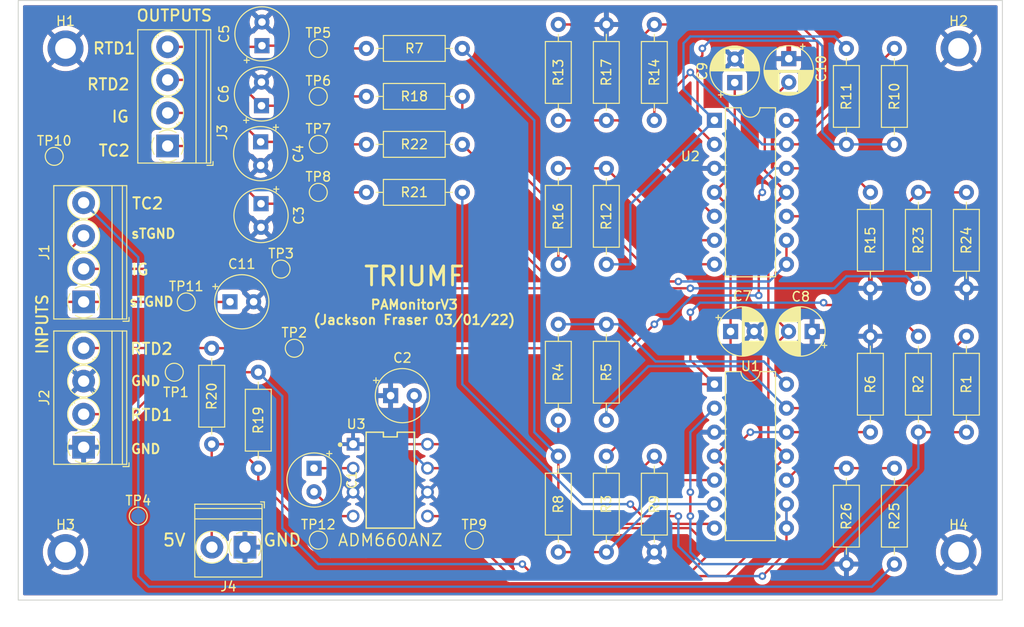
<source format=kicad_pcb>
(kicad_pcb (version 20211014) (generator pcbnew)
  (layers (0 "F.Cu" signal) (31 "B.Cu" signal) (34 "B.Paste" user) (35 "F.Paste" user) (36 "B.SilkS" user "B.Silkscreen") (37 "F.SilkS" user "F.Silkscreen") (38 "B.Mask" user) (39 "F.Mask" user) (44 "Edge.Cuts" user))
  (net 0 "")
  (net 1 "Net-(C1-Pad1)")
  (net 2 "Net-(C1-Pad2)")
  (net 3 "GND")
  (net 4 "-5V")
  (net 5 "/TC2_OUT")
  (net 6 "/IG_OUT")
  (net 7 "/PT100_OUT1")
  (net 8 "/PT100_OUT2")
  (net 9 "+5V")
  (net 10 "/ST_GND")
  (net 11 "/TC2_IN")
  (net 12 "/IG_IN")
  (net 13 "/PT100_IN2")
  (net 14 "/PT100_IN1")
  (net 15 "Net-(R1-Pad1)")
  (net 16 "Net-(R1-Pad2)")
  (net 17 "Net-(R2-Pad2)")
  (net 18 "Net-(R3-Pad2)")
  (net 19 "Net-(R4-Pad1)")
  (net 20 "Net-(R4-Pad2)")
  (net 21 "Net-(R7-Pad1)")
  (net 22 "Net-(R10-Pad1)")
  (net 23 "Net-(R10-Pad2)")
  (net 24 "Net-(R11-Pad2)")
  (net 25 "Net-(R12-Pad2)")
  (net 26 "Net-(R13-Pad1)")
  (net 27 "Net-(R13-Pad2)")
  (net 28 "Net-(R16-Pad2)")
  (net 29 "Net-(R21-Pad2)")
  (net 30 "Net-(R22-Pad2)")
  (net 31 "Net-(R23-Pad2)")
  (net 32 "Net-(R25-Pad2)")
  (footprint "Resistor_THT:R_Axial_DIN0207_L6.3mm_D2.5mm_P10.16mm_Horizontal" (layer "F.Cu") (at 124.46 147.32 90)
    (fp_text reference "R8")
    (fp_text value "200k")
  )
  (footprint "Capacitor_THT:CP_Radial_D5.0mm_P2.50mm" (layer "F.Cu") (at 151.319113 123.952 180)
    (fp_text reference "C8")
    (fp_text value "27nF")
  )
  (footprint "Resistor_THT:R_Axial_DIN0207_L6.3mm_D2.5mm_P10.16mm_Horizontal" (layer "F.Cu") (at 167.64 109.22 -90)
    (fp_text reference "R24")
    (fp_text value "1M")
  )
  (footprint "Capacitor_THT:CP_Radial_Tantal_D5.5mm_P2.50mm" (layer "F.Cu") (at 98.61 138.433631 -90)
    (fp_text reference "C1")
    (fp_text value "10uF")
  )
  (footprint "Resistor_THT:R_Axial_DIN0207_L6.3mm_D2.5mm_P10.16mm_Horizontal" (layer "F.Cu") (at 124.46 123.19 -90)
    (fp_text reference "R4")
    (fp_text value "200k")
  )
  (footprint "Resistor_THT:R_Axial_DIN0207_L6.3mm_D2.5mm_P10.16mm_Horizontal" (layer "F.Cu") (at 134.62 101.6 90)
    (fp_text reference "R14")
    (fp_text value "200k")
  )
  (footprint "Resistor_THT:R_Axial_DIN0207_L6.3mm_D2.5mm_P10.16mm_Horizontal" (layer "F.Cu") (at 157.48 134.62 90)
    (fp_text reference "R6")
    (fp_text value "1M")
  )
  (footprint "MountingHole:MountingHole_2.2mm_M2_DIN965_Pad" (layer "F.Cu") (at 166.814 93.98)
    (fp_text reference "H2")
    (fp_text value "MountingHole_Pad")
  )
  (footprint "Capacitor_THT:CP_Radial_Tantal_D5.5mm_P2.50mm" (layer "F.Cu") (at 93.05 100.046369 90)
    (fp_text reference "C6")
    (fp_text value "10uF")
  )
  (footprint "Resistor_THT:R_Axial_DIN0207_L6.3mm_D2.5mm_P10.16mm_Horizontal" (layer "F.Cu") (at 154.94 104.14 90)
    (fp_text reference "R11")
    (fp_text value "200k")
  )
  (footprint "Package_DIP:DIP-14_W7.62mm" (layer "F.Cu") (at 140.98 129.535)
    (fp_text reference "U1")
    (fp_text value "LM324")
  )
  (footprint "MountingHole:MountingHole_2.2mm_M2_DIN965_Pad" (layer "F.Cu") (at 72.3138 147.32)
    (fp_text reference "H3")
    (fp_text value "MountingHole_Pad")
  )
  (footprint "TestPoint:TestPoint_Pad_D1.5mm" (layer "F.Cu") (at 80.01 143.51)
    (fp_text reference "TP4")
    (fp_text value "TestPoint")
  )
  (footprint "TerminalBlock_Phoenix:TerminalBlock_Phoenix_PT-1,5-4-3.5-H_1x04_P3.50mm_Horizontal" (layer "F.Cu") (at 74.23 120.82 90)
    (fp_text reference "J1")
    (fp_text value "Screw_Terminal_01x04")
  )
  (footprint "Resistor_THT:R_Axial_DIN0207_L6.3mm_D2.5mm_P10.16mm_Horizontal" (layer "F.Cu") (at 124.46 106.68 -90)
    (fp_text reference "R16")
    (fp_text value "200k")
  )
  (footprint "Resistor_THT:R_Axial_DIN0207_L6.3mm_D2.5mm_P10.16mm_Horizontal" (layer "F.Cu") (at 162.56 119.38 90)
    (fp_text reference "R23")
    (fp_text value "2M")
  )
  (footprint "Resistor_THT:R_Axial_DIN0207_L6.3mm_D2.5mm_P10.16mm_Horizontal" (layer "F.Cu") (at 157.48 109.22 -90)
    (fp_text reference "R15")
    (fp_text value "1M")
  )
  (footprint "Resistor_THT:R_Axial_DIN0207_L6.3mm_D2.5mm_P10.16mm_Horizontal" (layer "F.Cu") (at 160.02 104.14 90)
    (fp_text reference "R10")
    (fp_text value "2.7k")
  )
  (footprint "Resistor_THT:R_Axial_DIN0207_L6.3mm_D2.5mm_P10.16mm_Horizontal" (layer "F.Cu") (at 129.54 101.6 90)
    (fp_text reference "R17")
    (fp_text value "200k")
  )
  (footprint "Capacitor_THT:CP_Radial_Tantal_D5.5mm_P2.50mm" (layer "F.Cu") (at 89.713631 120.81)
    (fp_text reference "C11")
    (fp_text value "10uF")
  )
  (footprint "Resistor_THT:R_Axial_DIN0207_L6.3mm_D2.5mm_P10.16mm_Horizontal" (layer "F.Cu") (at 167.64 134.62 90)
    (fp_text reference "R1")
    (fp_text value "2.7k")
  )
  (footprint "TerminalBlock_Phoenix:TerminalBlock_Phoenix_PT-1,5-4-3.5-H_1x04_P3.50mm_Horizontal" (layer "F.Cu") (at 83.12 104.31 90)
    (fp_text reference "J3")
    (fp_text value "Screw_Terminal_01x04")
  )
  (footprint "ADM8660:Analog_Devices_Inc-N-8-0-0-0" (layer "F.Cu") (at 106.68 139.7)
    (fp_text reference "U3")
    (fp_text value "ADM660ANZ")
  )
  (footprint "Resistor_THT:R_Axial_DIN0207_L6.3mm_D2.5mm_P10.16mm_Horizontal" (layer "F.Cu") (at 129.54 116.84 90)
    (fp_text reference "R12")
    (fp_text value "200k")
  )
  (footprint "Resistor_THT:R_Axial_DIN0207_L6.3mm_D2.5mm_P10.16mm_Horizontal" (layer "F.Cu") (at 104.14 104.14)
    (fp_text reference "R22")
    (fp_text value "2.7k")
  )
  (footprint "Capacitor_THT:CP_Radial_D5.0mm_P2.50mm" (layer "F.Cu") (at 148.844 95.060888 -90)
    (fp_text reference "C10")
    (fp_text value "27nF")
  )
  (footprint "Capacitor_THT:CP_Radial_D5.0mm_P2.50mm" (layer "F.Cu") (at 143.129 97.598113 90)
    (fp_text reference "C9")
    (fp_text value "27nF")
  )
  (footprint "Resistor_THT:R_Axial_DIN0207_L6.3mm_D2.5mm_P10.16mm_Horizontal" (layer "F.Cu") (at 129.54 133.35 90)
    (fp_text reference "R5")
    (fp_text value "200k")
  )
  (footprint "TestPoint:TestPoint_Pad_D1.5mm" (layer "F.Cu") (at 99.06 109.22)
    (fp_text reference "TP8")
    (fp_text value "TestPoint")
  )
  (footprint "Resistor_THT:R_Axial_DIN0207_L6.3mm_D2.5mm_P10.16mm_Horizontal" (layer "F.Cu") (at 154.94 138.43 -90)
    (fp_text reference "R26")
    (fp_text value "1M")
  )
  (footprint "Capacitor_THT:CP_Radial_Tantal_D5.5mm_P2.50mm" (layer "F.Cu") (at 93.1 93.686369 90)
    (fp_text reference "C5")
    (fp_text value "10uF")
  )
  (footprint "TestPoint:TestPoint_Pad_D1.5mm" (layer "F.Cu") (at 99.06 93.98)
    (fp_text reference "TP5")
    (fp_text value "TestPoint")
  )
  (footprint "TestPoint:TestPoint_Pad_D1.5mm" (layer "F.Cu") (at 95.123 117.348)
    (fp_text reference "TP3")
    (fp_text value "TestPoint")
  )
  (footprint "TestPoint:TestPoint_Pad_D1.5mm" (layer "F.Cu") (at 83.82 128.27)
    (fp_text reference "TP1")
    (fp_text value "TestPoint")
  )
  (footprint "TestPoint:TestPoint_Pad_D1.5mm" (layer "F.Cu") (at 115.57 146.05)
    (fp_text reference "TP9")
    (fp_text value "TestPoint")
  )
  (footprint "Package_DIP:DIP-14_W7.62mm" (layer "F.Cu") (at 140.98 101.595)
    (fp_text reference "U2")
    (fp_text value "LM324")
  )
  (footprint "TestPoint:TestPoint_Pad_D1.5mm" (layer "F.Cu") (at 96.52 125.73)
    (fp_text reference "TP2")
    (fp_text value "TestPoint")
  )
  (footprint "TestPoint:TestPoint_Pad_D1.5mm" (layer "F.Cu") (at 99.06 104.14)
    (fp_text reference "TP7")
    (fp_text value "TestPoint")
  )
  (footprint "MountingHole:MountingHole_2.2mm_M2_DIN965_Pad" (layer "F.Cu") (at 166.814 147.32)
    (fp_text reference "H4")
    (fp_text value "MountingHole_Pad")
  )
  (footprint "Capacitor_THT:CP_Radial_D5.0mm_P2.50mm" (layer "F.Cu") (at 142.685888 123.952)
    (fp_text reference "C7")
    (fp_text value "27nF")
  )
  (footprint "Resistor_THT:R_Axial_DIN0207_L6.3mm_D2.5mm_P10.16mm_Horizontal" (layer "F.Cu") (at 129.54 137.16 -90)
    (fp_text reference "R3")
    (fp_text value "200k")
  )
  (footprint "TerminalBlock_Phoenix:TerminalBlock_Phoenix_PT-1,5-4-3.5-H_1x04_P3.50mm_Horizontal" (layer "F.Cu") (at 74.23 136.2124 90)
    (fp_text reference "J2")
    (fp_text value "Screw_Terminal_01x04")
  )
  (footprint "TestPoint:TestPoint_Pad_D1.5mm" (layer "F.Cu") (at 99.06 146.05)
    (fp_text reference "TP12")
    (fp_text value "TestPoint")
  )
  (footprint "TerminalBlock_Phoenix:TerminalBlock_Phoenix_PT-1,5-2-3.5-H_1x02_P3.50mm_Horizontal" (layer "F.Cu") (at 91.3 146.8 180)
    (fp_text reference "J4")
    (fp_text value "Screw_Terminal_01x02")
  )
  (footprint "Resistor_THT:R_Axial_DIN0207_L6.3mm_D2.5mm_P10.16mm_Horizontal" (layer "F.Cu") (at 87.7824 135.89 90)
    (fp_text reference "R20")
    (fp_text value "37k")
  )
  (footprint "Resistor_THT:R_Axial_DIN0207_L6.3mm_D2.5mm_P10.16mm_Horizontal" (layer "F.Cu") (at 114.3 93.98 180)
    (fp_text reference "R7")
    (fp_text value "2.7k")
  )
  (footprint "MountingHole:MountingHole_2.2mm_M2_DIN965_Pad" (layer "F.Cu") (at 72.3138 93.98)
    (fp_text reference "H1")
    (fp_text value "MountingHole_Pad")
  )
  (footprint "Resistor_THT:R_Axial_DIN0207_L6.3mm_D2.5mm_P10.16mm_Horizontal" (layer "F.Cu") (at 160.02 148.59 90)
    (fp_text reference "R25")
    (fp_text value "2M")
  )
  (footprint "Capacitor_THT:CP_Radial_Tantal_D5.5mm_P2.50mm" (layer "F.Cu") (at 106.713631 130.75)
    (fp_text reference "C2")
    (fp_text value "10uF")
  )
  (footprint "Resistor_THT:R_Axial_DIN0207_L6.3mm_D2.5mm_P10.16mm_Horizontal" (layer "F.Cu") (at 162.56 134.62 90)
    (fp_text reference "R2")
    (fp_text value "200k")
  )
  (footprint "Resistor_THT:R_Axial_DIN0207_L6.3mm_D2.5mm_P10.16mm_Horizontal" (layer "F.Cu") (at 104.14 109.22)
    (fp_text reference "R21")
    (fp_text value "2.7k")
  )
  (footprint "TestPoint:TestPoint_Pad_D1.5mm" (layer "F.Cu") (at 85.09 120.825)
    (fp_text reference "TP11")
    (fp_text value "TestPoint")
  )
  (footprint "Resistor_THT:R_Axial_DIN0207_L6.3mm_D2.5mm_P10.16mm_Horizontal" (layer "F.Cu") (at 134.62 147.32 90)
    (fp_text reference "R9")
    (fp_text value "200k")
  )
  (footprint "TestPoint:TestPoint_Pad_D1.5mm" (layer "F.Cu") (at 71.12 105.41)
    (fp_text reference "TP10")
    (fp_text value "TestPoint")
  )
  (footprint "Capacitor_THT:CP_Radial_Tantal_D5.5mm_P2.50mm" (layer "F.Cu") (at 93 110.423631 -90)
    (fp_text reference "C3")
    (fp_text value "10uF")
  )
  (footprint "Resistor_THT:R_Axial_DIN0207_L6.3mm_D2.5mm_P10.16mm_Horizontal" (layer "F.Cu") (at 124.46 91.44 -90)
    (fp_text reference "R13")
    (fp_text value "200k")
  )
  (footprint "Resistor_THT:R_Axial_DIN0207_L6.3mm_D2.5mm_P10.16mm_Horizontal" (layer "F.Cu") (at 92.71 138.43 90)
    (fp_text reference "R19")
    (fp_text value "37k")
  )
  (footprint "Capacitor_THT:CP_Radial_Tantal_D5.5mm_P2.50mm" (layer "F.Cu") (at 92.96 103.873631 -90)
    (fp_text reference "C4")
    (fp_text value "10uF")
  )
  (footprint "TestPoint:TestPoint_Pad_D1.5mm" (layer "F.Cu") (at 99.06 99.06)
    (fp_text reference "TP6")
    (fp_text value "TestPoint")
  )
  (footprint "Resistor_THT:R_Axial_DIN0207_L6.3mm_D2.5mm_P10.16mm_Horizontal" (layer "F.Cu") (at 114.3 99.06 180)
    (fp_text reference "R18")
    (fp_text value "2.7k")
  )
  (gr_rect (start 67.31 88.9) (end 171.45 152.4) (layer "Edge.Cuts") (width 0.1) (fill none))
  (gr_text "IG" (at 80.2 117.4) (layer "F.SilkS") (effects (font (size 1.2 1.2) (thickness 0.2))))
  (gr_text "sTGND" (at 81.6 113.6) (layer "F.SilkS") (effects (font (size 1 1) (thickness 0.2))))
  (gr_text "TC2" (at 77.47 104.8) (layer "F.SilkS") (effects (font (size 1.2 1.2) (thickness 0.2))))
  (gr_text "TC2" (at 81 110.4) (layer "F.SilkS") (effects (font (size 1.2 1.2) (thickness 0.2))))
  (gr_text "IG" (at 78.105 101.2) (layer "F.SilkS") (effects (font (size 1.2 1.2) (thickness 0.2))))
  (gr_text "OUTPUTS" (at 83.82 90.5) (layer "F.SilkS") (effects (font (size 1.2 1.2) (thickness 0.2))))
  (gr_text "GND" (at 95.25 146.05) (layer "F.SilkS") (effects (font (size 1.3 1.3) (thickness 0.2))))
  (gr_text "PAMonitorV3\n(Jackson Fraser 03/01/22)" (at 109.22 121.92) (layer "F.SilkS") (effects (font (size 1 1) (thickness 0.2))))
  (gr_text "RTD1" (at 77.47 93.98) (layer "F.SilkS") (effects (font (size 1.2 1.2) (thickness 0.2))))
  (gr_text "5V" (at 83.82 146.05) (layer "F.SilkS") (effects (font (size 1.3 1.3) (thickness 0.2))))
  (gr_text "GND" (at 80.8 129.2) (layer "F.SilkS") (effects (font (size 1 1) (thickness 0.2))))
  (gr_text "INPUTS" (at 69.85 123.19 90) (layer "F.SilkS") (effects (font (size 1.2 1.2) (thickness 0.2))))
  (gr_text "RTD2" (at 81.4 125.8) (layer "F.SilkS") (effects (font (size 1.2 1.2) (thickness 0.2))))
  (gr_text "sTGND" (at 81.4 120.8) (layer "F.SilkS") (effects (font (size 1 1) (thickness 0.2))))
  (gr_text "TRIUMF" (at 109.22 118.11) (layer "F.SilkS") (effects (font (size 2 2) (thickness 0.3))))
  (gr_text "RTD2" (at 76.835 97.79) (layer "F.SilkS") (effects (font (size 1.2 1.2) (thickness 0.2))))
  (gr_text "RTD1" (at 81.4 132.8) (layer "F.SilkS") (effects (font (size 1.2 1.2) (thickness 0.2))))
  (gr_text "GND" (at 80.8 136.4) (layer "F.SilkS") (effects (font (size 1 1) (thickness 0.2))))
  (segment (start 102.745 138.43) (end 98.613631 138.43) (width 0.25) (layer "F.Cu") (net 1))
  (segment (start 98.613631 138.43) (end 98.61 138.433631) (width 0.25) (layer "F.Cu") (net 1))
  (segment (start 101.186369 143.51) (end 98.61 140.933631) (width 0.25) (layer "F.Cu") (net 2))
  (segment (start 102.745 143.51) (end 101.186369 143.51) (width 0.25) (layer "F.Cu") (net 2))
  (segment (start 113.03 143.51) (end 115.57 146.05) (width 0.25) (layer "F.Cu") (net 4))
  (segment (start 146.685 135.24) (end 146.685 126.048888) (width 0.25) (layer "F.Cu") (net 4))
  (segment (start 115.57 146.05) (end 119.38 149.86) (width 0.25) (layer "F.Cu") (net 4))
  (segment (start 146.722225 126.048888) (end 148.819113 123.952) (width 0.25) (layer "F.Cu") (net 4))
  (segment (start 146.685 121.855112) (end 146.685 110.49) (width 0.25) (layer "F.Cu") (net 4))
  (segment (start 146.685 110.49) (end 147.325 110.49) (width 0.25) (layer "F.Cu") (net 4))
  (segment (start 148.6 109.215) (end 146.304 106.919) (width 0.25) (layer "F.Cu") (net 4))
  (segment (start 114.3 139.7) (end 114.3 142.24) (width 0.25) (layer "F.Cu") (net 4))
  (segment (start 146.836888 99.568) (end 148.844 97.560888) (width 0.25) (layer "F.Cu") (net 4))
  (segment (start 146.685 126.048888) (end 146.722225 126.048888) (width 0.25) (layer "F.Cu") (net 4))
  (segment (start 148.6 137.155) (end 146.685 135.24) (width 0.25) (layer "F.Cu") (net 4))
  (segment (start 147.325 110.49) (end 148.6 109.215) (width 0.25) (layer "F.Cu") (net 4))
  (segment (start 146.05 139.705) (end 148.6 137.155) (width 0.25) (layer "F.Cu") (net 4))
  (segment (start 119.38 149.86) (end 142.24 149.86) (width 0.25) (layer "F.Cu") (net 4))
  (segment (start 142.24 149.86) (end 146.05 146.05) (width 0.25) (layer "F.Cu") (net 4))
  (segment (start 146.304 99.568) (end 146.836888 99.568) (width 0.25) (layer "F.Cu") (net 4))
  (segment (start 113.03 138.43) (end 114.3 139.7) (width 0.25) (layer "F.Cu") (net 4))
  (segment (start 113.03 143.51) (end 110.615 143.51) (width 0.25) (layer "F.Cu") (net 4))
  (segment (start 146.685 121.855112) (end 146.722225 121.855112) (width 0.25) (layer "F.Cu") (net 4))
  (segment (start 113.03 138.43) (end 110.615 138.43) (width 0.25) (layer "F.Cu") (net 4))
  (segment (start 146.304 106.919) (end 146.304 99.568) (width 0.25) (layer "F.Cu") (net 4))
  (segment (start 146.722225 121.855112) (end 148.819113 123.952) (width 0.25) (layer "F.Cu") (net 4))
  (segment (start 114.3 142.24) (end 113.03 143.51) (width 0.25) (layer "F.Cu") (net 4))
  (segment (start 146.05 146.05) (end 146.05 139.705) (width 0.25) (layer "F.Cu") (net 4))
  (segment (start 109.345 137.16) (end 110.615 138.43) (width 0.25) (layer "B.Cu") (net 4))
  (segment (start 109.213631 132.073631) (end 109.213631 130.75) (width 0.25) (layer "B.Cu") (net 4))
  (segment (start 109.22 137.16) (end 109.345 137.16) (width 0.25) (layer "B.Cu") (net 4))
  (segment (start 109.22 137.16) (end 109.22 132.08) (width 0.25) (layer "B.Cu") (net 4))
  (segment (start 109.22 132.08) (end 109.213631 132.073631) (width 0.25) (layer "B.Cu") (net 4))
  (segment (start 93 110.423631) (end 97.856369 110.423631) (width 0.25) (layer "F.Cu") (net 5))
  (segment (start 99.06 109.22) (end 104.14 109.22) (width 0.25) (layer "F.Cu") (net 5))
  (segment (start 83.12 104.31) (end 86.886369 104.31) (width 0.25) (layer "F.Cu") (net 5))
  (segment (start 97.856369 110.423631) (end 99.06 109.22) (width 0.25) (layer "F.Cu") (net 5))
  (segment (start 86.886369 104.31) (end 93 110.423631) (width 0.25) (layer "F.Cu") (net 5))
  (segment (start 98.793631 103.873631) (end 99.06 104.14) (width 0.25) (layer "F.Cu") (net 6))
  (segment (start 92.96 103.873631) (end 98.793631 103.873631) (width 0.25) (layer "F.Cu") (net 6))
  (segment (start 83.12 100.81) (end 89.896369 100.81) (width 0.25) (layer "F.Cu") (net 6))
  (segment (start 89.896369 100.81) (end 92.96 103.873631) (width 0.25) (layer "F.Cu") (net 6))
  (segment (start 104.14 104.14) (end 99.06 104.14) (width 0.25) (layer "F.Cu") (net 6))
  (segment (start 104.14 93.98) (end 99.06 93.98) (width 0.25) (layer "F.Cu") (net 7))
  (segment (start 83.12 93.81) (end 92.976369 93.81) (width 0.25) (layer "F.Cu") (net 7))
  (segment (start 93.1 93.686369) (end 98.766369 93.686369) (width 0.25) (layer "F.Cu") (net 7))
  (segment (start 98.766369 93.686369) (end 99.06 93.98) (width 0.25) (layer "F.Cu") (net 7))
  (segment (start 92.976369 93.81) (end 93.1 93.686369) (width 0.25) (layer "F.Cu") (net 7))
  (segment (start 83.12 97.31) (end 90.313631 97.31) (width 0.25) (layer "F.Cu") (net 8))
  (segment (start 93.05 100.046369) (end 98.073631 100.046369) (width 0.25) (layer "F.Cu") (net 8))
  (segment (start 99.06 99.06) (end 104.14 99.06) (width 0.25) (layer "F.Cu") (net 8))
  (segment (start 98.073631 100.046369) (end 99.06 99.06) (width 0.25) (layer "F.Cu") (net 8))
  (segment (start 90.313631 97.31) (end 93.05 100.046369) (width 0.25) (layer "F.Cu") (net 8))
  (segment (start 107.95 135.89) (end 110.615 135.89) (width 0.25) (layer "F.Cu") (net 9))
  (segment (start 140.97 147.32) (end 142.24 147.32) (width 0.25) (layer "F.Cu") (net 9))
  (segment (start 92.71 139.7) (end 99.06 146.05) (width 0.25) (layer "F.Cu") (net 9))
  (segment (start 100.33 147.32) (end 104.14 147.32) (width 0.25) (layer "F.Cu") (net 9))
  (segment (start 106.68 144.78) (end 106.68 137.16) (width 0.25) (layer "F.Cu") (net 9))
  (segment (start 140.98 109.215) (end 143.129 107.066) (width 0.25) (layer "F.Cu") (net 9))
  (segment (start 142.685888 110.920888) (end 140.98 109.215) (width 0.25) (layer "F.Cu") (net 9))
  (segment (start 142.24 147.32) (end 143.51 146.05) (width 0.25) (layer "F.Cu") (net 9))
  (segment (start 106.68 137.16) (end 107.95 135.89) (width 0.25) (layer "F.Cu") (net 9))
  (segment (start 125.73 144.78) (end 138.43 144.78) (width 0.25) (layer "F.Cu") (net 9))
  (segment (start 116.84 135.89) (end 110.615 135.89) (width 0.25) (layer "F.Cu") (net 9))
  (segment (start 143.51 139.685) (end 140.98 137.155) (width 0.25) (layer "F.Cu") (net 9))
  (segment (start 104.14 147.32) (end 106.68 144.78) (width 0.25) (layer "F.Cu") (net 9))
  (segment (start 143.129 107.066) (end 143.129 97.598113) (width 0.25) (layer "F.Cu") (net 9))
  (segment (start 142.685888 135.449112) (end 142.685888 123.952) (width 0.25) (layer "F.Cu") (net 9))
  (segment (start 87.7824 146.7824) (end 87.8 146.8) (width 0.25) (layer "F.Cu") (net 9))
  (segment (start 92.71 138.43) (end 92.71 139.7) (width 0.25) (layer "F.Cu") (net 9))
  (segment (start 90.17 135.89) (end 92.71 138.43) (width 0.25) (layer "F.Cu") (net 9))
  (segment (start 142.685888 123.952) (end 142.685888 110.920888) (width 0.25) (layer "F.Cu") (net 9))
  (segment (start 140.98 137.155) (end 142.685888 135.449112) (width 0.25) (layer "F.Cu") (net 9))
  (segment (start 99.06 146.05) (end 100.33 147.32) (width 0.25) (layer "F.Cu") (net 9))
  (segment (start 116.84 135.89) (end 125.73 144.78) (width 0.25) (layer "F.Cu") (net 9))
  (segment (start 87.7824 135.89) (end 90.17 135.89) (width 0.25) (layer "F.Cu") (net 9))
  (segment (start 87.7824 135.89) (end 87.7824 146.7824) (width 0.25) (layer "F.Cu") (net 9))
  (segment (start 143.51 146.05) (end 143.51 139.685) (width 0.25) (layer "F.Cu") (net 9))
  (segment (start 138.43 144.78) (end 140.97 147.32) (width 0.25) (layer "F.Cu") (net 9))
  (segment (start 74.23 120.82) (end 85.085 120.82) (width 0.25) (layer "F.Cu") (net 10))
  (segment (start 71.21 116.84) (end 71.12 116.84) (width 0.25) (layer "F.Cu") (net 10))
  (segment (start 85.085 120.82) (end 85.09 120.825) (width 0.25) (layer "F.Cu") (net 10))
  (segment (start 72.56 120.82) (end 74.23 120.82) (width 0.25) (layer "F.Cu") (net 10))
  (segment (start 71.12 116.84) (end 71.12 119.38) (width 0.25) (layer "F.Cu") (net 10))
  (segment (start 71.12 119.38) (end 72.56 120.82) (width 0.25) (layer "F.Cu") (net 10))
  (segment (start 89.698631 120.825) (end 89.713631 120.81) (width 0.25) (layer "F.Cu") (net 10))
  (segment (start 85.09 120.825) (end 89.698631 120.825) (width 0.25) (layer "F.Cu") (net 10))
  (segment (start 74.23 113.82) (end 71.21 116.84) (width 0.25) (layer "F.Cu") (net 10))
  (segment (start 80.01 149.86) (end 80.01 143.51) (width 0.25) (layer "B.Cu") (net 11))
  (segment (start 160.02 148.59) (end 157.625489 150.984511) (width 0.25) (layer "B.Cu") (net 11))
  (segment (start 81.134511 150.984511) (end 80.01 149.86) (width 0.25) (layer "B.Cu") (net 11))
  (segment (start 157.625489 150.984511) (end 81.134511 150.984511) (width 0.25) (layer "B.Cu") (net 11))
  (segment (start 80.01 116.1) (end 74.23 110.32) (width 0.25) (layer "B.Cu") (net 11))
  (segment (start 80.01 143.51) (end 80.01 116.1) (width 0.25) (layer "B.Cu") (net 11))
  (segment (start 74.23 117.32) (end 95.095 117.32) (width 0.25) (layer "F.Cu") (net 12))
  (segment (start 95.123 117.348) (end 97.155 119.38) (width 0.25) (layer "F.Cu") (net 12))
  (segment (start 97.155 119.38) (end 138.43 119.38) (width 0.25) (layer "F.Cu") (net 12))
  (segment (start 95.095 117.32) (end 95.123 117.348) (width 0.25) (layer "F.Cu") (net 12))
  (via (at 138.43 119.38) (size 0.8) (drill 0.4) (layers "F.Cu" "B.Cu") (net 12))
  (segment (start 154.94 118.11) (end 161.29 118.11) (width 0.25) (layer "B.Cu") (net 12))
  (segment (start 161.29 118.11) (end 162.56 119.38) (width 0.25) (layer "B.Cu") (net 12))
  (segment (start 153.67 119.38) (end 154.94 118.11) (width 0.25) (layer "B.Cu") (net 12))
  (segment (start 138.43 119.38) (end 153.67 119.38) (width 0.25) (layer "B.Cu") (net 12))
  (segment (start 145.669 109.601) (end 146.05 109.22) (width 0.25) (layer "F.Cu") (net 13))
  (segment (start 96.52 125.73) (end 132.08 125.73) (width 0.25) (layer "F.Cu") (net 13))
  (segment (start 87.7824 125.73) (end 96.52 125.73) (width 0.25) (layer "F.Cu") (net 13))
  (segment (start 74.23 125.7124) (end 87.7648 125.7124) (width 0.25) (layer "F.Cu") (net 13))
  (segment (start 148.6 106.675) (end 154.935 106.675) (width 0.25) (layer "F.Cu") (net 13))
  (segment (start 154.935 106.675) (end 157.48 109.22) (width 0.25) (layer "F.Cu") (net 13))
  (segment (start 145.669 120.142) (end 145.669 109.601) (width 0.25) (layer "F.Cu") (net 13))
  (segment (start 87.7648 125.7124) (end 87.7824 125.73) (width 0.25) (layer "F.Cu") (net 13))
  (segment (start 132.08 125.73) (end 134.62 123.19) (width 0.25) (layer "F.Cu") (net 13))
  (via (at 134.62 123.19) (size 0.8) (drill 0.4) (layers "F.Cu" "B.Cu") (net 13))
  (via (at 145.669 120.142) (size 0.8) (drill 0.4) (layers "F.Cu" "B.Cu") (net 13))
  (via (at 146.05 109.22) (size 0.8) (drill 0.4) (layers "F.Cu" "B.Cu") (net 13))
  (segment (start 135.1655 122.6445) (end 136.190114 122.6445) (width 0.25) (layer "B.Cu") (net 13))
  (segment (start 146.05 109.22) (end 146.05 107.95) (width 0.25) (layer "B.Cu") (net 13))
  (segment (start 136.190114 122.6445) (end 138.692614 120.142) (width 0.25) (layer "B.Cu") (net 13))
  (segment (start 138.692614 120.142) (end 145.669 120.142) (width 0.25) (layer "B.Cu") (net 13))
  (segment (start 146.05 107.95) (end 147.325 106.675) (width 0.25) (layer "B.Cu") (net 13))
  (segment (start 147.325 106.675) (end 148.6 106.675) (width 0.25) (layer "B.Cu") (net 13))
  (segment (start 135.1655 122.6445) (end 134.62 123.19) (width 0.25) (layer "B.Cu") (net 13))
  (segment (start 143.95952 139.498802) (end 143.51 139.049282) (width 0.25) (layer "F.Cu") (net 14))
  (segment (start 157.475 134.615) (end 157.48 134.62) (width 0.25) (layer "F.Cu") (net 14))
  (segment (start 148.6 134.615) (end 157.475 134.615) (width 0.25) (layer "F.Cu") (net 14))
  (segment (start 79.3776 132.7124) (end 83.82 128.27) (width 0.25) (layer "F.Cu") (net 14))
  (segment (start 142.426198 147.76952) (end 143.95952 146.236197) (width 0.25) (layer "F.Cu") (net 14))
  (segment (start 143.51 135.89) (end 144.78 134.62) (width 0.25) (layer "F.Cu") (net 14))
  (segment (start 120.65 148.59) (end 121.47048 149.41048) (width 0.25) (layer "F.Cu") (net 14))
  (segment (start 140.14952 147.76952) (end 142.426198 147.76952) (width 0.25) (layer "F.Cu") (net 14))
  (segment (start 121.47048 149.41048) (end 138.50856 149.41048) (width 0.25) (layer "F.Cu") (net 14))
  (segment (start 83.82 128.27) (end 92.71 128.27) (width 0.25) (layer "F.Cu") (net 14))
  (segment (start 138.50856 149.41048) (end 140.14952 147.76952) (width 0.25) (layer "F.Cu") (net 14))
  (segment (start 143.51 139.049282) (end 143.51 135.89) (width 0.25) (layer "F.Cu") (net 14))
  (segment (start 143.95952 146.236197) (end 143.95952 139.498802) (width 0.25) (layer "F.Cu") (net 14))
  (segment (start 74.23 132.7124) (end 79.3776 132.7124) (width 0.25) (layer "F.Cu") (net 14))
  (via (at 120.65 148.59) (size 0.8) (drill 0.4) (layers "F.Cu" "B.Cu") (net 14))
  (via (at 144.78 134.62) (size 0.8) (drill 0.4) (layers "F.Cu" "B.Cu") (net 14))
  (segment (start 95.25 130.81) (end 92.71 128.27) (width 0.25) (layer "B.Cu") (net 14))
  (segment (start 99.06 148.59) (end 120.65 148.59) (width 0.25) (layer "B.Cu") (net 14))
  (segment (start 95.25 144.78) (end 95.25 130.81) (width 0.25) (layer "B.Cu") (net 14))
  (segment (start 99.06 148.59) (end 95.25 144.78) (width 0.25) (layer "B.Cu") (net 14))
  (segment (start 144.78 134.62) (end 144.785 134.615) (width 0.25) (layer "B.Cu") (net 14))
  (segment (start 144.785 134.615) (end 148.6 134.615) (width 0.25) (layer "B.Cu") (net 14))
  (segment (start 167.64 134.62) (end 162.56 134.62) (width 0.25) (layer "F.Cu") (net 15))
  (segment (start 138.43 140.97) (end 138.43 143.51) (width 0.25) (layer "F.Cu") (net 15))
  (via (at 138.43 140.97) (size 0.8) (drill 0.4) (layers "F.Cu" "B.Cu") (net 15))
  (via (at 138.43 143.51) (size 0.8) (drill 0.4) (layers "F.Cu" "B.Cu") (net 15))
  (segment (start 138.43 134.625) (end 138.43 140.97) (width 0.25) (layer "B.Cu") (net 15))
  (segment (start 139.7 148.59) (end 152.4 148.59) (width 0.25) (layer "B.Cu") (net 15))
  (segment (start 162.56 138.43) (end 162.56 134.62) (width 0.25) (layer "B.Cu") (net 15))
  (segment (start 152.4 148.59) (end 162.56 138.43) (width 0.25) (layer "B.Cu") (net 15))
  (segment (start 138.43 143.51) (end 138.43 147.32) (width 0.25) (layer "B.Cu") (net 15))
  (segment (start 140.98 132.075) (end 138.43 134.625) (width 0.25) (layer "B.Cu") (net 15))
  (segment (start 138.43 147.32) (end 139.7 148.59) (width 0.25) (layer "B.Cu") (net 15))
  (segment (start 148.6 132.075) (end 160.025 132.075) (width 0.25) (layer "F.Cu") (net 16))
  (segment (start 160.025 132.075) (end 167.64 124.46) (width 0.25) (layer "F.Cu") (net 16))
  (segment (start 133.985 127.635) (end 144.16 127.635) (width 0.25) (layer "B.Cu") (net 16))
  (segment (start 129.54 133.35) (end 129.54 132.08) (width 0.25) (layer "B.Cu") (net 16))
  (segment (start 129.54 132.08) (end 133.985 127.635) (width 0.25) (layer "B.Cu") (net 16))
  (segment (start 144.16 127.635) (end 148.6 132.075) (width 0.25) (layer "B.Cu") (net 16))
  (segment (start 138.43 126.985) (end 138.43 121.92) (width 0.25) (layer "F.Cu") (net 17))
  (segment (start 137.165 129.535) (end 129.54 137.16) (width 0.25) (layer "F.Cu") (net 17))
  (segment (start 140.98 129.535) (end 137.165 129.535) (width 0.25) (layer "F.Cu") (net 17))
  (segment (start 152.781 121.158) (end 159.258 121.158) (width 0.25) (layer "F.Cu") (net 17))
  (segment (start 159.258 121.158) (end 162.56 124.46) (width 0.25) (layer "F.Cu") (net 17))
  (segment (start 140.98 129.535) (end 138.43 126.985) (width 0.25) (layer "F.Cu") (net 17))
  (segment (start 152.527 120.904) (end 152.781 121.158) (width 0.25) (layer "F.Cu") (net 17))
  (via (at 138.43 121.92) (size 0.8) (drill 0.4) (layers "F.Cu" "B.Cu") (net 17))
  (via (at 152.527 120.904) (size 0.8) (drill 0.4) (layers "F.Cu" "B.Cu") (net 17))
  (segment (start 152.527 120.904) (end 139.446 120.904) (width 0.25) (layer "B.Cu") (net 17))
  (segment (start 139.446 120.904) (end 138.43 121.92) (width 0.25) (layer "B.Cu") (net 17))
  (segment (start 129.54 147.32) (end 124.46 147.32) (width 0.25) (layer "F.Cu") (net 18))
  (segment (start 134.625 142.235) (end 129.54 147.32) (width 0.25) (layer "B.Cu") (net 18))
  (segment (start 140.98 142.235) (end 134.625 142.235) (width 0.25) (layer "B.Cu") (net 18))
  (segment (start 146.192 127.127) (end 148.6 129.535) (width 0.25) (layer "B.Cu") (net 19))
  (segment (start 134.747 127.127) (end 146.192 127.127) (width 0.25) (layer "B.Cu") (net 19))
  (segment (start 124.46 123.19) (end 129.54 123.19) (width 0.25) (layer "B.Cu") (net 19))
  (segment (start 130.81 123.19) (end 134.747 127.127) (width 0.25) (layer "B.Cu") (net 19))
  (segment (start 129.54 123.19) (end 130.81 123.19) (width 0.25) (layer "B.Cu") (net 19))
  (segment (start 140.98 139.695) (end 137.155 139.695) (width 0.25) (layer "F.Cu") (net 20))
  (segment (start 137.155 139.695) (end 134.62 137.16) (width 0.25) (layer "F.Cu") (net 20))
  (segment (start 129.54 139.7) (end 124.46 134.62) (width 0.25) (layer "F.Cu") (net 20))
  (segment (start 132.08 139.7) (end 129.54 139.7) (width 0.25) (layer "F.Cu") (net 20))
  (segment (start 124.46 134.62) (end 124.46 133.35) (width 0.25) (layer "F.Cu") (net 20))
  (segment (start 134.62 137.16) (end 132.08 139.7) (width 0.25) (layer "F.Cu") (net 20))
  (segment (start 140.53548 144.33048) (end 140.98 144.775) (width 0.25) (layer "F.Cu") (net 21))
  (segment (start 124.46 140.97) (end 127.82048 144.33048) (width 0.25) (layer "F.Cu") (net 21))
  (segment (start 124.46 137.16) (end 124.46 140.97) (width 0.25) (layer "F.Cu") (net 21))
  (segment (start 127.82048 144.33048) (end 140.53548 144.33048) (width 0.25) (layer "F.Cu") (net 21))
  (segment (start 121.92 101.6) (end 114.3 93.98) (width 0.25) (layer "B.Cu") (net 21))
  (segment (start 121.92 134.62) (end 121.92 101.6) (width 0.25) (layer "B.Cu") (net 21))
  (segment (start 124.46 137.16) (end 121.92 134.62) (width 0.25) (layer "B.Cu") (net 21))
  (segment (start 139.7 93.98) (end 139.7 94.742) (width 0.25) (layer "F.Cu") (net 22))
  (segment (start 139.192 95.25) (end 139.192 102.347) (width 0.25) (layer "F.Cu") (net 22))
  (segment (start 139.7 94.742) (end 139.192 95.25) (width 0.25) (layer "F.Cu") (net 22))
  (segment (start 139.192 102.347) (end 140.98 104.135) (width 0.25) (layer "F.Cu") (net 22))
  (via (at 139.7 93.98) (size 0.8) (drill 0.4) (layers "F.Cu" "B.Cu") (net 22))
  (segment (start 152.4 93.726) (end 152.4 102.87) (width 0.25) (layer "B.Cu") (net 22))
  (segment (start 160.02 104.14) (end 154.94 104.14) (width 0.25) (layer "B.Cu") (net 22))
  (segment (start 140.52048 93.15952) (end 151.83352 93.15952) (width 0.25) (layer "B.Cu") (net 22))
  (segment (start 152.4 102.87) (end 153.67 104.14) (width 0.25) (layer "B.Cu") (net 22))
  (segment (start 151.83352 93.15952) (end 152.4 93.726) (width 0.25) (layer "B.Cu") (net 22))
  (segment (start 153.67 104.14) (end 154.94 104.14) (width 0.25) (layer "B.Cu") (net 22))
  (segment (start 139.7 93.98) (end 140.52048 93.15952) (width 0.25) (layer "B.Cu") (net 22))
  (segment (start 134.62 100.33) (end 134.62 101.6) (width 0.25) (layer "F.Cu") (net 23))
  (segment (start 148.6 104.135) (end 149.865 104.135) (width 0.25) (layer "F.Cu") (net 23))
  (segment (start 149.865 104.135) (end 160.02 93.98) (width 0.25) (layer "F.Cu") (net 23))
  (segment (start 138.43 96.52) (end 134.62 100.33) (width 0.25) (layer "F.Cu") (net 23))
  (via (at 138.43 96.52) (size 0.8) (drill 0.4) (layers "F.Cu" "B.Cu") (net 23))
  (segment (start 148.6 104.135) (end 146.045 104.135) (width 0.25) (layer "B.Cu") (net 23))
  (segment (start 146.045 104.135) (end 138.43 96.52) (width 0.25) (layer "B.Cu") (net 23))
  (segment (start 153.67 92.71) (end 154.94 93.98) (width 0.25) (layer "B.Cu") (net 24))
  (segment (start 132.08 116.84) (end 129.54 116.84) (width 0.25) (layer "B.Cu") (net 24))
  (segment (start 140.98 101.595) (end 137.705489 98.320489) (width 0.25) (layer "B.Cu") (net 24))
  (segment (start 137.705489 93.434511) (end 138.43 92.71) (width 0.25) (layer "B.Cu") (net 24))
  (segment (start 133.35 109.22) (end 132.08 110.49) (width 0.25) (layer "B.Cu") (net 24))
  (segment (start 140.98 101.595) (end 133.355 109.22) (width 0.25) (layer "B.Cu") (net 24))
  (segment (start 132.08 110.49) (end 132.08 116.84) (width 0.25) (layer "B.Cu") (net 24))
  (segment (start 137.705489 98.320489) (end 137.705489 93.434511) (width 0.25) (layer "B.Cu") (net 24))
  (segment (start 138.43 92.71) (end 153.67 92.71) (width 0.25) (layer "B.Cu") (net 24))
  (segment (start 133.355 109.22) (end 133.35 109.22) (width 0.25) (layer "B.Cu") (net 24))
  (segment (start 129.54 106.68) (end 124.46 106.68) (width 0.25) (layer "F.Cu") (net 25))
  (segment (start 137.155 114.295) (end 129.54 106.68) (width 0.25) (layer "F.Cu") (net 25))
  (segment (start 140.98 114.295) (end 137.155 114.295) (width 0.25) (layer "F.Cu") (net 25))
  (segment (start 151.892 99.568) (end 149.865 101.595) (width 0.25) (layer "F.Cu") (net 26))
  (segment (start 128.27 93.98) (end 125.73 91.44) (width 0.25) (layer "F.Cu") (net 26))
  (segment (start 149.987 91.44) (end 151.892 93.345) (width 0.25) (layer "F.Cu") (net 26))
  (segment (start 134.62 91.44) (end 132.08 93.98) (width 0.25) (layer "F.Cu") (net 26))
  (segment (start 125.73 91.44) (end 124.46 91.44) (width 0.25) (layer "F.Cu") (net 26))
  (segment (start 134.62 91.44) (end 149.987 91.44) (width 0.25) (layer "F.Cu") (net 26))
  (segment (start 151.892 93.345) (end 151.892 99.568) (width 0.25) (layer "F.Cu") (net 26))
  (segment (start 149.865 101.595) (end 148.6 101.595) (width 0.25) (layer "F.Cu") (net 26))
  (segment (start 132.08 93.98) (end 128.27 93.98) (width 0.25) (layer "F.Cu") (net 26))
  (segment (start 130.825 101.6) (end 140.98 111.755) (width 0.25) (layer "F.Cu") (net 27))
  (segment (start 124.46 101.6) (end 129.54 101.6) (width 0.25) (layer "F.Cu") (net 27))
  (segment (start 129.54 101.6) (end 130.825 101.6) (width 0.25) (layer "F.Cu") (net 27))
  (segment (start 124.46 111.125) (end 114.3 100.965) (width 0.25) (layer "F.Cu") (net 28))
  (segment (start 114.3 100.965) (end 114.3 99.06) (width 0.25) (layer "F.Cu") (net 28))
  (segment (start 127 114.3) (end 124.46 116.84) (width 0.25) (layer "F.Cu") (net 28))
  (segment (start 130.81 114.3) (end 127 114.3) (width 0.25) (layer "F.Cu") (net 28))
  (segment (start 133.345 116.835) (end 130.81 114.3) (width 0.25) (layer "F.Cu") (net 28))
  (segment (start 124.46 116.84) (end 124.46 111.125) (width 0.25) (layer "F.Cu") (net 28))
  (segment (start 133.345 116.835) (end 140.98 116.835) (width 0.25) (layer "F.Cu") (net 28))
  (segment (start 148.6 147.31) (end 148.6 144.775) (width 0.25) (layer "F.Cu") (net 29))
  (segment (start 146.05 149.86) (end 148.6 147.31) (width 0.25) (layer "F.Cu") (net 29))
  (segment (start 132.08 142.24) (end 133.35 143.51) (width 0.25) (layer "F.Cu") (net 29))
  (segment (start 148.6 142.235) (end 148.6 144.775) (width 0.25) (layer "F.Cu") (net 29))
  (segment (start 133.35 143.51) (end 137.16 143.51) (width 0.25) (layer "F.Cu") (net 29))
  (via (at 146.05 149.86) (size 0.8) (drill 0.4) (layers "F.Cu" "B.Cu") (net 29))
  (via (at 137.16 143.51) (size 0.8) (drill 0.4) (layers "F.Cu" "B.Cu") (net 29))
  (via (at 132.08 142.24) (size 0.8) (drill 0.4) (layers "F.Cu" "B.Cu") (net 29))
  (segment (start 140.334283 149.86) (end 146.05 149.86) (width 0.25) (layer "B.Cu") (net 29))
  (segment (start 114.3 129.54) (end 114.3 109.22) (width 0.25) (layer "B.Cu") (net 29))
  (segment (start 137.16 143.51) (end 137.16 146.685717) (width 0.25) (layer "B.Cu") (net 29))
  (segment (start 137.16 146.685717) (end 140.334283 149.86) (width 0.25) (layer "B.Cu") (net 29))
  (segment (start 148.6 142.23) (end 148.6 144.775) (width 0.25) (layer "B.Cu") (net 29))
  (segment (start 132.08 142.24) (end 127 142.24) (width 0.25) (layer "B.Cu") (net 29))
  (segment (start 127 142.24) (end 114.3 129.54) (width 0.25) (layer "B.Cu") (net 29))
  (segment (start 123.7355 118.6555) (end 116.84 111.76) (width 0.25) (layer "F.Cu") (net 30))
  (segment (start 148.6 116.835) (end 148.6 114.295) (width 0.25) (layer "F.Cu") (net 30))
  (segment (start 116.84 111.76) (end 116.84 106.68) (width 0.25) (layer "F.Cu") (net 30))
  (segment (start 116.84 106.68) (end 114.3 104.14) (width 0.25) (layer "F.Cu") (net 30))
  (segment (start 123.7355 118.6555) (end 137.16 118.6555) (width 0.25) (layer "F.Cu") (net 30))
  (via (at 137.16 118.6555) (size 0.8) (drill 0.4) (layers "F.Cu" "B.Cu") (net 30))
  (segment (start 137.16 118.6555) (end 146.7795 118.6555) (width 0.25) (layer "B.Cu") (net 30))
  (segment (start 146.7795 118.6555) (end 148.6 116.835) (width 0.25) (layer "B.Cu") (net 30))
  (segment (start 160.025 111.755) (end 162.56 109.22) (width 0.25) (layer "F.Cu") (net 31))
  (segment (start 162.56 109.22) (end 167.64 109.22) (width 0.25) (layer "F.Cu") (net 31))
  (segment (start 148.6 111.755) (end 160.025 111.755) (width 0.25) (layer "F.Cu") (net 31))
  (segment (start 160.02 138.43) (end 154.94 138.43) (width 0.25) (layer "F.Cu") (net 32))
  (segment (start 149.865 138.43) (end 148.6 139.695) (width 0.25) (layer "F.Cu") (net 32))
  (segment (start 154.94 138.43) (end 149.865 138.43) (width 0.25) (layer "F.Cu") (net 32))
  (zone (net 3) (net_name "GND") (layers F&B.Cu) (connect_pads (clearance 0.508)) (min_thickness 0.254) (fill yes (thermal_gap 0.508) (thermal_bridge_width 0.508))
    (polygon (pts (xy 171.45 152.4) (xy 67.31 152.4) (xy 67.31 88.9) (xy 171.45 88.9)))
  )
)
</source>
